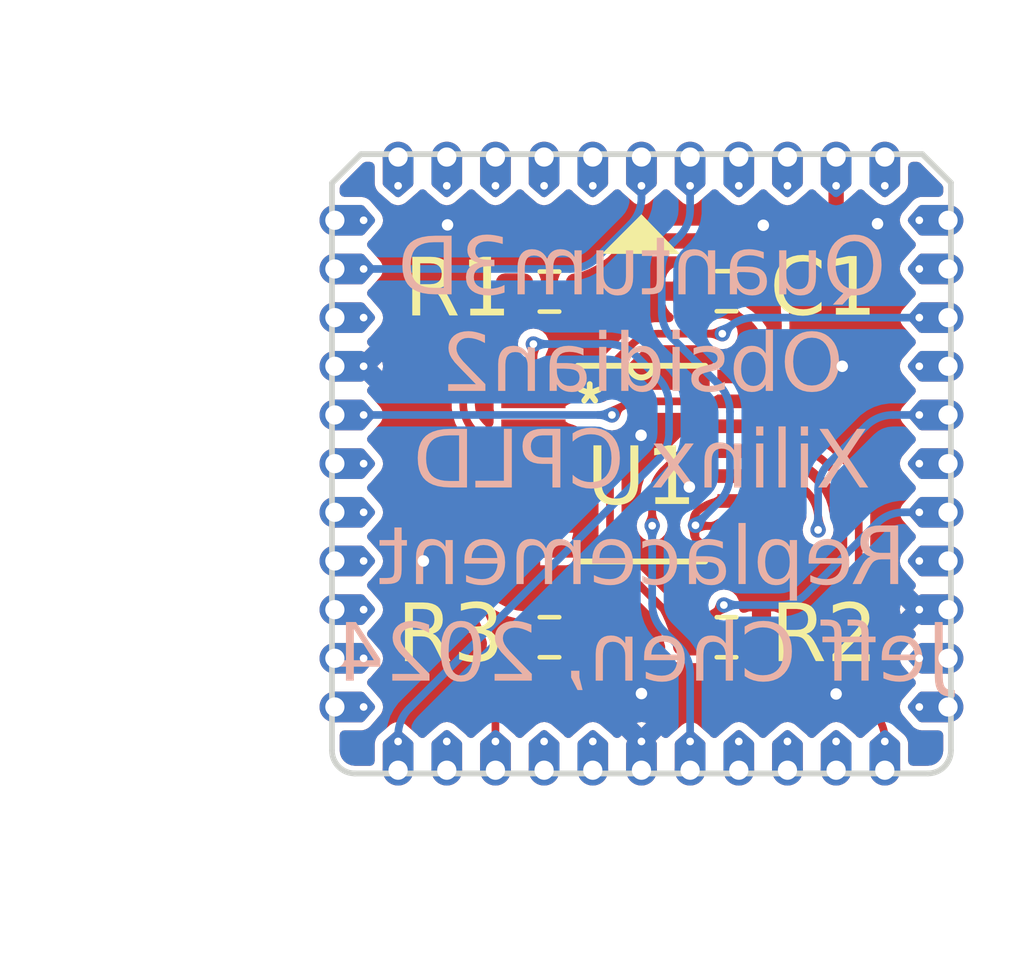
<source format=kicad_pcb>
(kicad_pcb (version 20240108) (generator "pcbnew") (generator_version "8.0")
  (layers (0 "F.Cu" signal) (31 "B.Cu" signal) (34 "B.Paste" user) (35 "F.Paste" user) (36 "B.SilkS" user "B.Silkscreen") (37 "F.SilkS" user "F.Silkscreen") (38 "B.Mask" user) (39 "F.Mask" user) (44 "Edge.Cuts" user))
  (net 0 "")
  (net 1 "+5V")
  (net 2 "GND")
  (net 32 "/VGA_IN_VSync")
  (net 33 "/Monitor_Detection")
  (net 34 "/VD_VSync")
  (net 35 "/VGA_PASS")
  (net 36 "/VGA_OUT_HSync")
  (net 37 "/VGA_IN_HSync")
  (net 38 "/VideoSW_Voodoo")
  (net 39 "/VideoSW_Passthru")
  (net 40 "/VD_HSync")
  (net 41 "/VGA_OUT_VSync")
  (net 42 "/Logic_High")
  (footprint "Resistor_SMD:R_0603_1608Metric_Pad0.98x0.95mm_HandSolder" (layer "F.Cu") (at 144.1 100.06)
    (property "Reference" "R3" (at -2.58 0 0) (layer "F.SilkS") (effects (font (size 1.5 1.5))))
    (property "Value" "6K8")
    (fp_line (start -0.254724 -0.5225) (end 0.254724 -0.5225) (stroke (width 0.12)) (layer "F.SilkS"))
    (fp_line (start -0.254724 0.5225) (end 0.254724 0.5225) (stroke (width 0.12)) (layer "F.SilkS"))
    (pad "1" smd roundrect (at -0.9125 0) (size 0.975 0.95) (layers "F.Cu" "F.Paste" "F.Mask") (net 38 "/VideoSW_Voodoo"))
    (pad "2" smd roundrect (at 0.9125 0) (size 0.975 0.95) (layers "F.Cu" "F.Paste" "F.Mask") (net 2 "GND"))
  )
  (footprint "Quantum3D Voodoo2:CPLD_Replacement_44" (layer "F.Cu") (at 138.5 87.53)
    (property "Reference" "E1" (hide yes))
    (property "Value" "PLCC Footprint")
    (fp_line (start -0.075456 15.48) (end -0.075456 0.68) (stroke (width 0.15)) (layer "Edge.Cuts"))
    (fp_line (start 0.679862 -0.075346) (end -0.075484 0.68) (stroke (width 0.15)) (layer "Edge.Cuts"))
    (fp_line (start 0.68 -0.075508) (end 15.33 -0.075508) (stroke (width 0.15)) (layer "Edge.Cuts"))
    (fp_line (start 15.330089 -0.075548) (end 16.075637 0.67) (stroke (width 0.15)) (layer "Edge.Cuts"))
    (fp_line (start 15.47 16.085423) (end 0.52 16.085423) (stroke (width 0.15)) (layer "Edge.Cuts"))
    (fp_line (start 16.075499 0.67) (end 16.075499 15.48) (stroke (width 0.15)) (layer "Edge.Cuts"))
    (fp_arc (start 0.524653 16.085238) (mid 0.10033 15.909479) (end -0.07543 15.485155) (stroke (width 0.15)) (layer "Edge.Cuts"))
    (fp_arc (start 16.075577 15.48435) (mid 15.899813 15.908668) (end 15.475494 16.084433) (stroke (width 0.15)) (layer "Edge.Cuts"))
    (pad "1" thru_hole circle (at 8 0 90) (size 0.8 0.8) (drill 0.5) (layers "*.Cu" "*.Mask") (net 33 "/Monitor_Detection"))
    (pad "1" thru_hole custom (at 8 0.75) (size 0.5 0.5) (drill 0.2) (layers "*.Cu" "*.Mask") (net 33 "/Monitor_Detection") (options (clearance outline) (anchor circle)) (primitives (gr_poly (pts (xy 0 0.2) (xy -0.3 -0.06) (xy -0.3 -0.75) (xy 0.3 -0.75) (xy 0.3 -0.06)) (width 0.2) (fill yes))))
    (pad "2" thru_hole circle (at 6.73 0 90) (size 0.8 0.8) (drill 0.5) (layers "*.Cu" "*.Mask"))
    (pad "2" thru_hole custom (at 6.73 0.75) (size 0.5 0.5) (drill 0.2) (layers "*.Cu" "*.Mask") (options (clearance outline) (anchor circle)) (primitives (gr_poly (pts (xy 0 0.2) (xy -0.3 -0.06) (xy -0.3 -0.75) (xy 0.3 -0.75) (xy 0.3 -0.06)) (width 0.2) (fill yes))))
    (pad "3" thru_hole circle (at 5.46 0 90) (size 0.8 0.8) (drill 0.5) (layers "*.Cu" "*.Mask"))
    (pad "3" thru_hole custom (at 5.46 0.75) (size 0.5 0.5) (drill 0.2) (layers "*.Cu" "*.Mask") (options (clearance outline) (anchor circle)) (primitives (gr_poly (pts (xy 0 0.2) (xy -0.3 -0.06) (xy -0.3 -0.75) (xy 0.3 -0.75) (xy 0.3 -0.06)) (width 0.2) (fill yes))))
    (pad "4" thru_hole circle (at 4.19 0 90) (size 0.8 0.8) (drill 0.5) (layers "*.Cu" "*.Mask"))
    (pad "4" thru_hole custom (at 4.19 0.75) (size 0.5 0.5) (drill 0.2) (layers "*.Cu" "*.Mask") (options (clearance outline) (anchor circle)) (primitives (gr_poly (pts (xy 0 0.2) (xy -0.3 -0.06) (xy -0.3 -0.75) (xy 0.3 -0.75) (xy 0.3 -0.06)) (width 0.2) (fill yes))))
    (pad "5" thru_hole circle (at 2.92 0 90) (size 0.8 0.8) (drill 0.5) (layers "*.Cu" "*.Mask"))
    (pad "5" thru_hole custom (at 2.92 0.75) (size 0.5 0.5) (drill 0.2) (layers "*.Cu" "*.Mask") (options (clearance outline) (anchor circle)) (primitives (gr_poly (pts (xy 0 0.2) (xy -0.3 -0.06) (xy -0.3 -0.75) (xy 0.3 -0.75) (xy 0.3 -0.06)) (width 0.2) (fill yes))))
    (pad "6" thru_hole circle (at 1.65 0 90) (size 0.8 0.8) (drill 0.5) (layers "*.Cu" "*.Mask"))
    (pad "6" thru_hole custom (at 1.65 0.75) (size 0.5 0.5) (drill 0.2) (layers "*.Cu" "*.Mask") (options (clearance outline) (anchor circle)) (primitives (gr_poly (pts (xy 0 0.2) (xy -0.3 -0.06) (xy -0.3 -0.75) (xy 0.3 -0.75) (xy 0.3 -0.06)) (width 0.2) (fill yes))))
    (pad "7" thru_hole circle (at 0 1.65 180) (size 0.8 0.8) (drill 0.5) (layers "*.Cu" "*.Mask"))
    (pad "7" thru_hole custom (at 0.75 1.65 90) (size 0.5 0.5) (drill 0.2) (layers "*.Cu" "*.Mask") (options (clearance outline) (anchor circle)) (primitives (gr_poly (pts (xy 0 0.2) (xy -0.3 -0.06) (xy -0.3 -0.75) (xy 0.3 -0.75) (xy 0.3 -0.06)) (width 0.2) (fill yes))))
    (pad "8" thru_hole circle (at 0 2.92 180) (size 0.8 0.8) (drill 0.5) (layers "*.Cu" "*.Mask") (net 33 "/Monitor_Detection"))
    (pad "8" thru_hole custom (at 0.75 2.92 90) (size 0.5 0.5) (drill 0.2) (layers "*.Cu" "*.Mask") (net 33 "/Monitor_Detection") (options (clearance outline) (anchor circle)) (primitives (gr_poly (pts (xy 0 0.2) (xy -0.3 -0.06) (xy -0.3 -0.75) (xy 0.3 -0.75) (xy 0.3 -0.06)) (width 0.2) (fill yes))))
    (pad "9" thru_hole circle (at 0 4.19 180) (size 0.8 0.8) (drill 0.5) (layers "*.Cu" "*.Mask"))
    (pad "9" thru_hole custom (at 0.75 4.19 90) (size 0.5 0.5) (drill 0.2) (layers "*.Cu" "*.Mask") (options (clearance outline) (anchor circle)) (primitives (gr_poly (pts (xy 0 0.2) (xy -0.3 -0.06) (xy -0.3 -0.75) (xy 0.3 -0.75) (xy 0.3 -0.06)) (width 0.2) (fill yes))))
    (pad "10" thru_hole circle (at 0 5.46 180) (size 0.8 0.8) (drill 0.5) (layers "*.Cu" "*.Mask") (net 2 "GND"))
    (pad "10" thru_hole custom (at 0.75 5.46 90) (size 0.5 0.5) (drill 0.2) (layers "*.Cu" "*.Mask") (net 2 "GND") (options (clearance outline) (anchor circle)) (primitives (gr_poly (pts (xy 0 0.2) (xy -0.3 -0.06) (xy -0.3 -0.75) (xy 0.3 -0.75) (xy 0.3 -0.06)) (width 0.2) (fill yes))))
    (pad "11" thru_hole circle (at 0 6.73 180) (size 0.8 0.8) (drill 0.5) (layers "*.Cu" "*.Mask") (net 41 "/VGA_OUT_VSync"))
    (pad "11" thru_hole custom (at 0.75 6.73 90) (size 0.5 0.5) (drill 0.2) (layers "*.Cu" "*.Mask") (net 41 "/VGA_OUT_VSync") (options (clearance outline) (anchor circle)) (primitives (gr_poly (pts (xy 0 0.2) (xy -0.3 -0.06) (xy -0.3 -0.75) (xy 0.3 -0.75) (xy 0.3 -0.06)) (width 0.2) (fill yes))))
    (pad "12" thru_hole circle (at 0 8 180) (size 0.8 0.8) (drill 0.5) (layers "*.Cu" "*.Mask"))
    (pad "12" thru_hole custom (at 0.75 8 90) (size 0.5 0.5) (drill 0.2) (layers "*.Cu" "*.Mask") (options (clearance outline) (anchor circle)) (primitives (gr_poly (pts (xy 0 0.2) (xy -0.3 -0.06) (xy -0.3 -0.75) (xy 0.3 -0.75) (xy 0.3 -0.06)) (width 0.2) (fill yes))))
    (pad "13" thru_hole circle (at 0 9.27 180) (size 0.8 0.8) (drill 0.5) (layers "*.Cu" "*.Mask"))
    (pad "13" thru_hole custom (at 0.75 9.27 90) (size 0.5 0.5) (drill 0.2) (layers "*.Cu" "*.Mask") (options (clearance outline) (anchor circle)) (primitives (gr_poly (pts (xy 0 0.2) (xy -0.3 -0.06) (xy -0.3 -0.75) (xy 0.3 -0.75) (xy 0.3 -0.06)) (width 0.2) (fill yes))))
    (pad "14" thru_hole circle (at 0 10.54 180) (size 0.8 0.8) (drill 0.5) (layers "*.Cu" "*.Mask"))
    (pad "14" thru_hole custom (at 0.75 10.54 90) (size 0.5 0.5) (drill 0.2) (layers "*.Cu" "*.Mask") (options (clearance outline) (anchor circle)) (primitives (gr_poly (pts (xy 0 0.2) (xy -0.3 -0.06) (xy -0.3 -0.75) (xy 0.3 -0.75) (xy 0.3 -0.06)) (width 0.2) (fill yes))))
    (pad "15" thru_hole circle (at 0 11.81 180) (size 0.8 0.8) (drill 0.5) (layers "*.Cu" "*.Mask"))
    (pad "15" thru_hole custom (at 0.75 11.81 90) (size 0.5 0.5) (drill 0.2) (layers "*.Cu" "*.Mask") (options (clearance outline) (anchor circle)) (primitives (gr_poly (pts (xy 0 0.2) (xy -0.3 -0.06) (xy -0.3 -0.75) (xy 0.3 -0.75) (xy 0.3 -0.06)) (width 0.2) (fill yes))))
    (pad "16" thru_hole circle (at 0 13.08 180) (size 0.8 0.8) (drill 0.5) (layers "*.Cu" "*.Mask"))
    (pad "16" thru_hole custom (at 0.75 13.08 90) (size 0.5 0.5) (drill 0.2) (layers "*.Cu" "*.Mask") (options (clearance outline) (anchor circle)) (primitives (gr_poly (pts (xy 0 0.2) (xy -0.3 -0.06) (xy -0.3 -0.75) (xy 0.3 -0.75) (xy 0.3 -0.06)) (width 0.2) (fill yes))))
    (pad "17" thru_hole circle (at 0 14.35 180) (size 0.8 0.8) (drill 0.5) (layers "*.Cu" "*.Mask"))
    (pad "17" thru_hole custom (at 0.75 14.35 90) (size 0.5 0.5) (drill 0.2) (layers "*.Cu" "*.Mask") (options (clearance outline) (anchor circle)) (primitives (gr_poly (pts (xy 0 0.2) (xy -0.3 -0.06) (xy -0.3 -0.75) (xy 0.3 -0.75) (xy 0.3 -0.06)) (width 0.2) (fill yes))))
    (pad "18" thru_hole custom (at 1.65 15.25 180) (size 0.5 0.5) (drill 0.2) (layers "*.Cu" "*.Mask") (net 34 "/VD_VSync") (options (clearance outline) (anchor circle)) (primitives (gr_poly (pts (xy 0 0.2) (xy -0.3 -0.06) (xy -0.3 -0.75) (xy 0.3 -0.75) (xy 0.3 -0.06)) (width 0.2) (fill yes))))
    (pad "18" thru_hole circle (at 1.65 16 270) (size 0.8 0.8) (drill 0.5) (layers "*.Cu" "*.Mask") (net 34 "/VD_VSync"))
    (pad "19" thru_hole custom (at 2.92 15.25 180) (size 0.5 0.5) (drill 0.2) (layers "*.Cu" "*.Mask") (options (clearance outline) (anchor circle)) (primitives (gr_poly (pts (xy 0 0.2) (xy -0.3 -0.06) (xy -0.3 -0.75) (xy 0.3 -0.75) (xy 0.3 -0.06)) (width 0.2) (fill yes))))
    (pad "19" thru_hole circle (at 2.92 16 270) (size 0.8 0.8) (drill 0.5) (layers "*.Cu" "*.Mask"))
    (pad "20" thru_hole custom (at 4.19 15.25 180) (size 0.5 0.5) (drill 0.2) (layers "*.Cu" "*.Mask") (net 38 "/VideoSW_Voodoo") (options (clearance outline) (anchor circle)) (primitives (gr_poly (pts (xy 0 0.2) (xy -0.3 -0.06) (xy -0.3 -0.75) (xy 0.3 -0.75) (xy 0.3 -0.06)) (width 0.2) (fill yes))))
    (pad "20" thru_hole circle (at 4.19 16 270) (size 0.8 0.8) (drill 0.5) (layers "*.Cu" "*.Mask") (net 38 "/VideoSW_Voodoo"))
    (pad "21" thru_hole custom (at 5.46 15.25 180) (size 0.5 0.5) (drill 0.2) (layers "*.Cu" "*.Mask") (options (clearance outline) (anchor circle)) (primitives (gr_poly (pts (xy 0 0.2) (xy -0.3 -0.06) (xy -0.3 -0.75) (xy 0.3 -0.75) (xy 0.3 -0.06)) (width 0.2) (fill yes))))
    (pad "21" thru_hole circle (at 5.46 16 270) (size 0.8 0.8) (drill 0.5) (layers "*.Cu" "*.Mask"))
    (pad "22" thru_hole custom (at 6.73 15.25 180) (size 0.5 0.5) (drill 0.2) (layers "*.Cu" "*.Mask") (options (clearance outline) (anchor circle)) (primitives (gr_poly (pts (xy 0 0.2) (xy -0.3 -0.06) (xy -0.3 -0.75) (xy 0.3 -0.75) (xy 0.3 -0.06)) (width 0.2) (fill yes))))
    (pad "22" thru_hole circle (at 6.73 16 270) (size 0.8 0.8) (drill 0.5) (layers "*.Cu" "*.Mask"))
    (pad "23" thru_hole custom (at 8 15.25 180) (size 0.5 0.5) (drill 0.2) (layers "*.Cu" "*.Mask") (net 2 "GND") (options (clearance outline) (anchor circle)) (primitives (gr_poly (pts (xy 0 0.2) (xy -0.3 -0.06) (xy -0.3 -0.75) (xy 0.3 -0.75) (xy 0.3 -0.06)) (width 0.2) (fill yes))))
    (pad "23" thru_hole circle (at 8 16 270) (size 0.8 0.8) (drill 0.5) (layers "*.Cu" "*.Mask") (net 2 "GND"))
    (pad "24" thru_hole custom (at 9.27 15.25 180) (size 0.5 0.5) (drill 0.2) (layers "*.Cu" "*.Mask") (net 36 "/VGA_OUT_HSync") (options (clearance outline) (anchor circle)) (primitives (gr_poly (pts (xy 0 0.2) (xy -0.3 -0.06) (xy -0.3 -0.75) (xy 0.3 -0.75) (xy 0.3 -0.06)) (width 0.2) (fill yes))))
    (pad "24" thru_hole circle (at 9.27 16 270) (size 0.8 0.8) (drill 0.5) (layers "*.Cu" "*.Mask") (net 36 "/VGA_OUT_HSync"))
    (pad "25" thru_hole custom (at 10.54 15.25 180) (size 0.5 0.5) (drill 0.2) (layers "*.Cu" "*.Mask") (options (clearance outline) (anchor circle)) (primitives (gr_poly (pts (xy 0 0.2) (xy -0.3 -0.06) (xy -0.3 -0.75) (xy 0.3 -0.75) (xy 0.3 -0.06)) (width 0.2) (fill yes))))
    (pad "25" thru_hole circle (at 10.54 16 270) (size 0.8 0.8) (drill 0.5) (layers "*.Cu" "*.Mask"))
    (pad "26" thru_hole custom (at 11.81 15.25 180) (size 0.5 0.5) (drill 0.2) (layers "*.Cu" "*.Mask") (options (clearance outline) (anchor circle)) (primitives (gr_poly (pts (xy 0 0.2) (xy -0.3 -0.06) (xy -0.3 -0.75) (xy 0.3 -0.75) (xy 0.3 -0.06)) (width 0.2) (fill yes))))
    (pad "26" thru_hole circle (at 11.81 16 270) (size 0.8 0.8) (drill 0.5) (layers "*.Cu" "*.Mask"))
    (pad "27" thru_hole custom (at 13.08 15.25 180) (size 0.5 0.5) (drill 0.2) (layers "*.Cu" "*.Mask") (options (clearance outline) (anchor circle)) (primitives (gr_poly (pts (xy 0 0.2) (xy -0.3 -0.06) (xy -0.3 -0.75) (xy 0.3 -0.75) (xy 0.3 -0.06)) (width 0.2) (fill yes))))
    (pad "27" thru_hole circle (at 13.08 16 270) (size 0.8 0.8) (drill 0.5) (layers "*.Cu" "*.Mask"))
    (pad "28" thru_hole custom (at 14.35 15.25 180) (size 0.5 0.5) (drill 0.2) (layers "*.Cu" "*.Mask") (net 40 "/VD_HSync") (options (clearance outline) (anchor circle)) (primitives (gr_poly (pts (xy 0 0.2) (xy -0.3 -0.06) (xy -0.3 -0.75) (xy 0.3 -0.75) (xy 0.3 -0.06)) (width 0.2) (fill yes))))
    (pad "28" thru_hole circle (at 14.35 16 270) (size 0.8 0.8) (drill 0.5) (layers "*.Cu" "*.Mask") (net 40 "/VD_HSync"))
    (pad "29" thru_hole custom (at 15.25 14.35 270) (size 0.5 0.5) (drill 0.2) (layers "*.Cu" "*.Mask") (options (clearance outline) (anchor circle)) (primitives (gr_poly (pts (xy 0 0.2) (xy -0.3 -0.06) (xy -0.3 -0.75) (xy 0.3 -0.75) (xy 0.3 -0.06)) (width 0.2) (fill yes))))
    (pad "29" thru_hole circle (at 16 14.35) (size 0.8 0.8) (drill 0.5) (layers "*.Cu" "*.Mask"))
    (pad "30" thru_hole custom (at 15.25 13.08 270) (size 0.5 0.5) (drill 0.2) (layers "*.Cu" "*.Mask") (options (clearance outline) (anchor circle)) (primitives (gr_poly (pts (xy 0 0.2) (xy -0.3 -0.06) (xy -0.3 -0.75) (xy 0.3 -0.75) (xy 0.3 -0.06)) (width 0.2) (fill yes))))
    (pad "30" thru_hole circle (at 16 13.08) (size 0.8 0.8) (drill 0.5) (layers "*.Cu" "*.Mask"))
    (pad "31" thru_hole custom (at 15.25 11.81 270) (size 0.5 0.5) (drill 0.2) (layers "*.Cu" "*.Mask") (net 2 "GND") (options (clearance outline) (anchor circle)) (primitives (gr_poly (pts (xy 0 0.2) (xy -0.3 -0.06) (xy -0.3 -0.75) (xy 0.3 -0.75) (xy 0.3 -0.06)) (width 0.2) (fill yes))))
    (pad "31" thru_hole circle (at 16 11.81) (size 0.8 0.8) (drill 0.5) (layers "*.Cu" "*.Mask") (net 2 "GND"))
    (pad "32" thru_hole custom (at 15.25 10.54 270) (size 0.5 0.5) (drill 0.2) (layers "*.Cu" "*.Mask") (options (clearance outline) (anchor circle)) (primitives (gr_poly (pts (xy 0 0.2) (xy -0.3 -0.06) (xy -0.3 -0.75) (xy 0.3 -0.75) (xy 0.3 -0.06)) (width 0.2) (fill yes))))
    (pad "32" thru_hole circle (at 16 10.54) (size 0.8 0.8) (drill 0.5) (layers "*.Cu" "*.Mask"))
    (pad "33" thru_hole custom (at 15.25 9.27 270) (size 0.5 0.5) (drill 0.2) (layers "*.Cu" "*.Mask") (net 39 "/VideoSW_Passthru") (options (clearance outline) (anchor circle)) (primitives (gr_poly (pts (xy 0 0.2) (xy -0.3 -0.06) (xy -0.3 -0.75) (xy 0.3 -0.75) (xy 0.3 -0.06)) (width 0.2) (fill yes))))
    (pad "33" thru_hole circle (at 16 9.27) (size 0.8 0.8) (drill 0.5) (layers "*.Cu" "*.Mask") (net 39 "/VideoSW_Passthru"))
    (pad "34" thru_hole custom (at 15.25 8 270) (size 0.5 0.5) (drill 0.2) (layers "*.Cu" "*.Mask") (options (clearance outline) (anchor circle)) (primitives (gr_poly (pts (xy 0 0.2) (xy -0.3 -0.06) (xy -0.3 -0.75) (xy 0.3 -0.75) (xy 0.3 -0.06)) (width 0.2) (fill yes))))
    (pad "34" thru_hole circle (at 16 8) (size 0.8 0.8) (drill 0.5) (layers "*.Cu" "*.Mask"))
    (pad "35" thru_hole custom (at 15.25 6.73 270) (size 0.5 0.5) (drill 0.2) (layers "*.Cu" "*.Mask") (net 37 "/VGA_IN_HSync") (options (clearance outline) (anchor circle)) (primitives (gr_poly (pts (xy 0 0.2) (xy -0.3 -0.06) (xy -0.3 -0.75) (xy 0.3 -0.75) (xy 0.3 -0.06)) (width 0.2) (fill yes))))
    (pad "35" thru_hole circle (at 16 6.73) (size 0.8 0.8) (drill 0.5) (layers "*.Cu" "*.Mask") (net 37 "/VGA_IN_HSync"))
    (pad "36" thru_hole custom (at 15.25 5.46 270) (size 0.5 0.5) (drill 0.2) (layers "*.Cu" "*.Mask") (options (clearance outline) (anchor circle)) (primitives (gr_poly (pts (xy 0 0.2) (xy -0.3 -0.06) (xy -0.3 -0.75) (xy 0.3 -0.75) (xy 0.3 -0.06)) (width 0.2) (fill yes))))
    (pad "36" thru_hole circle (at 16 5.46) (size 0.8 0.8) (drill 0.5) (layers "*.Cu" "*.Mask"))
    (pad "37" thru_hole custom (at 15.25 4.19 270) (size 0.5 0.5) (drill 0.2) (layers "*.Cu" "*.Mask") (net 32 "/VGA_IN_VSync") (options (clearance outline) (anchor circle)) (primitives (gr_poly (pts (xy 0 0.2) (xy -0.3 -0.06) (xy -0.3 -0.75) (xy 0.3 -0.75) (xy 0.3 -0.06)) (width 0.2) (fill yes))))
    (pad "37" thru_hole circle (at 16 4.19) (size 0.8 0.8) (drill 0.5) (layers "*.Cu" "*.Mask") (net 32 "/VGA_IN_VSync"))
    (pad "38" thru_hole custom (at 15.25 2.92 270) (size 0.5 0.5) (drill 0.2) (layers "*.Cu" "*.Mask") (options (clearance outline) (anchor circle)) (primitives (gr_poly (pts (xy 0 0.2) (xy -0.3 -0.06) (xy -0.3 -0.75) (xy 0.3 -0.75) (xy 0.3 -0.06)) (width 0.2) (fill yes))))
    (pad "38" thru_hole circle (at 16 2.92) (size 0.8 0.8) (drill 0.5) (layers "*.Cu" "*.Mask"))
    (pad "39" thru_hole custom (at 15.25 1.65 270) (size 0.5 0.5) (drill 0.2) (layers "*.Cu" "*.Mask") (options (clearance outline) (anchor circle)) (primitives (gr_poly (pts (xy 0 0.2) (xy -0.3 -0.06) (xy -0.3 -0.75) (xy 0.3 -0.75) (xy 0.3 -0.06)) (width 0.2) (fill yes))))
    (pad "39" thru_hole circle (at 16 1.65) (size 0.8 0.8) (drill 0.5) (layers "*.Cu" "*.Mask"))
    (pad "40" thru_hole circle (at 14.35 0 90) (size 0.8 0.8) (drill 0.5) (layers "*.Cu" "*.Mask"))
    (pad "40" thru_hole custom (at 14.35 0.75) (size 0.5 0.5) (drill 0.2) (layers "*.Cu" "*.Mask") (options (clearance outline) (anchor circle)) (primitives (gr_poly (pts (xy 0 0.2) (xy -0.3 -0.06) (xy -0.3 -0.75) (xy 0.3 -0.75) (xy 0.3 -0.06)) (width 0.2) (fill yes))))
    (pad "41" thru_hole circle (at 13.08 0 90) (size 0.8 0.8) (drill 0.5) (layers "*.Cu" "*.Mask") (net 1 "+5V"))
    (pad "41" thru_hole custom (at 13.08 0.75) (size 0.5 0.5) (drill 0.2) (layers "*.Cu" "*.Mask") (net 1 "+5V") (options (clearance outline) (anchor circle)) (primitives (gr_poly (pts (xy 0 0.2) (xy -0.3 -0.06) (xy -0.3 -0.75) (xy 0.3 -0.75) (xy 0.3 -0.06)) (width 0.2) (fill yes))))
    (pad "42" thru_hole circle (at 11.81 0 90) (size 0.8 0.8) (drill 0.5) (layers "*.Cu" "*.Mask"))
    (pad "42" thru_hole custom (at 11.81 0.75) (size 0.5 0.5) (drill 0.2) (layers "*.Cu" "*.Mask") (options (clearance outline) (anchor circle)) (primitives (gr_poly (pts (xy 0 0.2) (xy -0.3 -0.06) (xy -0.3 -0.75) (xy 0.3 -0.75) (xy 0.3 -0.06)) (width 0.2) (fill yes))))
    (pad "43" thru_hole circle (at 10.54 0 90) (size 0.8 0.8) (drill 0.5) (layers "*.Cu" "*.Mask"))
    (pad "43" thru_hole custom (at 10.54 0.75) (size 0.5 0.5) (drill 0.2) (layers "*.Cu" "*.Mask") (options (clearance outline) (anchor circle)) (primitives (gr_poly (pts (xy 0 0.2) (xy -0.3 -0.06) (xy -0.3 -0.75) (xy 0.3 -0.75) (xy 0.3 -0.06)) (width 0.2) (fill yes))))
    (pad "44" thru_hole circle (at 9.27 0 90) (size 0.8 0.8) (drill 0.5) (layers "*.Cu" "*.Mask") (net 35 "/VGA_PASS"))
    (pad "44" thru_hole custom (at 9.27 0.75) (size 0.5 0.5) (drill 0.2) (layers "*.Cu" "*.Mask") (net 35 "/VGA_PASS") (options (clearance outline) (anchor circle)) (primitives (gr_poly (pts (xy 0 0.2) (xy -0.3 -0.06) (xy -0.3 -0.75) (xy 0.3 -0.75) (xy 0.3 -0.06)) (width 0.2) (fill yes))))
  )
  (footprint "Quantum3D Voodoo2:CD74HC4053PWR" (layer "F.Cu") (at 146.5 95.53)
    (property "Reference" "U1" (at 0 0.43 0) (layer "F.SilkS") (effects (font (size 1.5 1.5))))
    (property "Value" "CD74HC4053PWR")
    (fp_line (start -1.663811 2.5527) (end 1.663811 2.5527) (stroke (width 0.1524)) (layer "F.SilkS"))
    (fp_line (start 1.663811 -2.5527) (end -1.663811 -2.5527) (stroke (width 0.1524)) (layer "F.SilkS"))
    (fp_arc (start 0.3048 -2.5527) (mid 0 -2.2479) (end -0.3048 -2.5527) (stroke (width 0.1524)) (layer "F.SilkS"))
    (fp_text user "*" (at -1.35 -1.53 0) (layer "F.SilkS"))
    (pad "1" smd rect (at -2.8194 -2.274999) (size 1.6764 0.3556) (layers "F.Cu" "F.Paste" "F.Mask") (net 34 "/VD_VSync"))
    (pad "2" smd rect (at -2.8194 -1.625001) (size 1.6764 0.3556) (layers "F.Cu" "F.Paste" "F.Mask") (net 32 "/VGA_IN_VSync"))
    (pad "3" smd rect (at -2.8194 -0.974999) (size 1.6764 0.3556) (layers "F.Cu" "F.Paste" "F.Mask") (net 39 "/VideoSW_Passthru"))
    (pad "4" smd rect (at -2.8194 -0.325001) (size 1.6764 0.3556) (layers "F.Cu" "F.Paste" "F.Mask") (net 42 "/Logic_High"))
    (pad "5" smd rect (at -2.8194 0.324998) (size 1.6764 0.3556) (layers "F.Cu" "F.Paste" "F.Mask") (net 38 "/VideoSW_Voodoo"))
    (pad "6" smd rect (at -2.8194 0.974999) (size 1.6764 0.3556) (layers "F.Cu" "F.Paste" "F.Mask") (net 2 "GND"))
    (pad "7" smd rect (at -2.8194 1.624998) (size 1.6764 0.3556) (layers "F.Cu" "F.Paste" "F.Mask") (net 2 "GND"))
    (pad "8" smd rect (at -2.8194 2.274999) (size 1.6764 0.3556) (layers "F.Cu" "F.Paste" "F.Mask") (net 2 "GND"))
    (pad "9" smd rect (at 2.8194 2.274999) (size 1.6764 0.3556) (layers "F.Cu" "F.Paste" "F.Mask") (net 35 "/VGA_PASS"))
    (pad "10" smd rect (at 2.8194 1.625001) (size 1.6764 0.3556) (layers "F.Cu" "F.Paste" "F.Mask") (net 35 "/VGA_PASS"))
    (pad "11" smd rect (at 2.8194 0.974999) (size 1.6764 0.3556) (layers "F.Cu" "F.Paste" "F.Mask") (net 35 "/VGA_PASS"))
    (pad "12" smd rect (at 2.8194 0.325001) (size 1.6764 0.3556) (layers "F.Cu" "F.Paste" "F.Mask") (net 37 "/VGA_IN_HSync"))
    (pad "13" smd rect (at 2.8194 -0.324998) (size 1.6764 0.3556) (layers "F.Cu" "F.Paste" "F.Mask") (net 40 "/VD_HSync"))
    (pad "14" smd rect (at 2.8194 -0.974999) (size 1.6764 0.3556) (layers "F.Cu" "F.Paste" "F.Mask") (net 36 "/VGA_OUT_HSync"))
    (pad "15" smd rect (at 2.8194 -1.624998) (size 1.6764 0.3556) (layers "F.Cu" "F.Paste" "F.Mask") (net 41 "/VGA_OUT_VSync"))
    (pad "16" smd rect (at 2.8194 -2.274999) (size 1.6764 0.3556) (layers "F.Cu" "F.Paste" "F.Mask") (net 1 "+5V"))
  )
  (footprint "Resistor_SMD:R_0603_1608Metric_Pad0.98x0.95mm_HandSolder" (layer "F.Cu") (at 144.1 91.04)
    (property "Reference" "R1" (at -2.39 0 0) (layer "F.SilkS") (effects (font (size 1.5 1.5))))
    (property "Value" "2K2")
    (fp_line (start -0.254724 -0.5225) (end 0.254724 -0.5225) (stroke (width 0.12)) (layer "F.SilkS"))
    (fp_line (start -0.254724 0.5225) (end 0.254724 0.5225) (stroke (width 0.12)) (layer "F.SilkS"))
    (pad "1" smd roundrect (at -0.9125 0) (size 0.975 0.95) (layers "F.Cu" "F.Paste" "F.Mask") (net 42 "/Logic_High"))
    (pad "2" smd roundrect (at 0.9125 0) (size 0.975 0.95) (layers "F.Cu" "F.Paste" "F.Mask") (net 1 "+5V"))
  )
  (footprint "Resistor_SMD:R_0603_1608Metric_Pad0.98x0.95mm_HandSolder" (layer "F.Cu") (at 148.72 91.03 180)
    (property "Reference" "C1" (at -2.5275 0.01 0) (layer "F.SilkS") (effects (font (size 1.5 1.5))))
    (property "Value" "0.1uF 16V")
    (fp_line (start -0.254724 0.5225) (end 0.254724 0.5225) (stroke (width 0.12)) (layer "F.SilkS"))
    (fp_line (start -0.254724 -0.5225) (end 0.254724 -0.5225) (stroke (width 0.12)) (layer "F.SilkS"))
    (pad "1" smd roundrect (at -0.9125 0 180) (size 0.975 0.95) (layers "F.Cu" "F.Paste" "F.Mask") (net 1 "+5V"))
    (pad "2" smd roundrect (at 0.9125 0 180) (size 0.975 0.95) (layers "F.Cu" "F.Paste" "F.Mask") (net 2 "GND"))
  )
  (footprint "Resistor_SMD:R_0603_1608Metric_Pad0.98x0.95mm_HandSolder" (layer "F.Cu") (at 148.72 100.06)
    (property "Reference" "R2" (at 2.55 0 0) (layer "F.SilkS") (effects (font (size 1.5 1.5))))
    (property "Value" "6K8")
    (fp_line (start -0.254724 -0.5225) (end 0.254724 -0.5225) (stroke (width 0.12)) (layer "F.SilkS"))
    (fp_line (start -0.254724 0.5225) (end 0.254724 0.5225) (stroke (width 0.12)) (layer "F.SilkS"))
    (pad "1" smd roundrect (at -0.9125 0) (size 0.975 0.95) (layers "F.Cu" "F.Paste" "F.Mask") (net 39 "/VideoSW_Passthru"))
    (pad "2" smd roundrect (at 0.9125 0) (size 0.975 0.95) (layers "F.Cu" "F.Paste" "F.Mask") (net 2 "GND"))
  )
  (gr_poly (pts (xy 146.5 89.03) (xy 145.48 90.05) (xy 147.489047 90.051019)) (stroke (width 0.01)) (fill solid) (layer "F.SilkS"))
  (gr_text "Quantum3D\nObsidian2\nXilinx CPLD\nReplacement\nJeff Chen, 2024" (at 146.51 95.53 0) (layer "B.SilkS") (effects (font (size 1.5 1.5) (thickness 0.152)) (justify mirror)))
  (segment (start 151.58 89.355786) (end 151.58 88.28) (width 0.4) (layer "F.Cu") (net 1))
  (segment (start 150.612893 90.737107) (end 151.287107 90.062893) (width 0.4) (layer "F.Cu") (net 1))
  (segment (start 147.890786 89.72) (end 146.746714 89.72) (width 0.4) (layer "F.Cu") (net 1))
  (segment (start 149.804999 93.255001) (end 149.3194 93.255001) (width 0.4) (layer "F.Cu") (net 1))
  (segment (start 149.96 93.1) (end 149.804999 93.255001) (width 0.4) (layer "F.Cu") (net 1))
  (segment (start 146.039607 90.012893) (end 145.0125 91.04) (width 0.4) (layer "F.Cu") (net 1))
  (segment (start 149.615 91.03) (end 149.667107 91.082107) (width 0.4) (layer "F.Cu") (net 1))
  (segment (start 149.615 91.03) (end 149.905786 91.03) (width 0.4) (layer "F.Cu") (net 1))
  (segment (start 149.615 91.03) (end 148.597893 90.012893) (width 0.4) (layer "F.Cu") (net 1))
  (segment (start 149.96 91.789214) (end 149.96 93.1) (width 0.4) (layer "F.Cu") (net 1))
  (arc (start 149.667107 91.082107) (mid 149.88388 91.40653) (end 149.96 91.789214) (width 0.4) (layer "F.Cu") (net 1))
  (arc (start 149.905786 91.03) (mid 150.288469 90.95388) (end 150.612893 90.737107) (width 0.4) (layer "F.Cu") (net 1))
  (arc (start 151.58 89.355786) (mid 151.50388 89.738469) (end 151.287107 90.062893) (width 0.4) (layer "F.Cu") (net 1))
  (arc (start 148.597893 90.012893) (mid 148.273469 89.79612) (end 147.890786 89.72) (width 0.4) (layer "F.Cu") (net 1))
  (arc (start 146.039607 90.012893) (mid 146.36403 89.79612) (end 146.746714 89.72) (width 0.4) (layer "F.Cu") (net 1))
  (via (at 151.58 101.54) (size 0.6) (drill 0.3) (layers "F.Cu" "B.Cu") (net 2))
  (via (at 147.75 96.14) (size 0.6) (drill 0.3) (layers "F.Cu" "B.Cu") (net 2))
  (via (at 149.68 89.31) (size 0.6) (drill 0.3) (layers "F.Cu" "B.Cu") (net 2))
  (via (at 146.49 94.79) (size 0.6) (drill 0.3) (layers "F.Cu" "B.Cu") (net 2))
  (via (at 140.81 98.07) (size 0.6) (drill 0.3) (layers "F.Cu" "B.Cu") (net 2))
  (via (at 141.44 89.3) (size 0.6) (drill 0.3) (layers "F.Cu" "B.Cu") (net 2))
  (via (at 152.66 89.27) (size 0.6) (drill 0.3) (layers "F.Cu" "B.Cu") (net 2))
  (via (at 146.5 101.53) (size 0.6) (drill 0.3) (layers "F.Cu" "B.Cu") (net 2))
  (via (at 151.74 92.99) (size 0.6) (drill 0.3) (layers "F.Cu" "B.Cu") (net 2))
  (segment (start 146.237107 92.432893) (end 145.057894 93.612106) (width 0.2) (layer "F.Cu") (net 32))
  (segment (start 148.61 92.14) (end 146.944214 92.14) (width 0.2) (layer "F.Cu") (net 32))
  (segment (start 144.350787 93.904999) (end 143.5917 93.904999) (width 0.2) (layer "F.Cu") (net 32))
  (via (at 148.61 92.14) (size 0.4) (drill 0.2) (layers "F.Cu" "B.Cu") (net 32))
  (arc (start 145.057894 93.612106) (mid 144.733471 93.828879) (end 144.350787 93.904999) (width 0.2) (layer "F.Cu") (net 32))
  (arc (start 146.237107 92.432893) (mid 146.56153 92.21612) (end 146.944214 92.14) (width 0.2) (layer "F.Cu") (net 32))
  (segment (start 148.61 92.14) (end 148.737107 92.012893) (width 0.2) (layer "B.Cu") (net 32))
  (segment (start 149.444214 91.72) (end 153.75 91.72) (width 0.2) (layer "B.Cu") (net 32))
  (arc (start 149.444214 91.72) (mid 149.061531 91.79612) (end 148.737107 92.012893) (width 0.2) (layer "B.Cu") (net 32))
  (segment (start 146.5 88.585786) (end 146.5 88.28) (width 0.2) (layer "B.Cu") (net 33))
  (segment (start 145.342893 90.157107) (end 146.207107 89.292893) (width 0.2) (layer "B.Cu") (net 33))
  (segment (start 139.25 90.45) (end 144.635786 90.45) (width 0.2) (layer "B.Cu") (net 33))
  (arc (start 145.342893 90.157107) (mid 145.01847 90.37388) (end 144.635786 90.45) (width 0.2) (layer "B.Cu") (net 33))
  (arc (start 146.207107 89.292893) (mid 146.42388 88.96847) (end 146.5 88.585786) (width 0.2) (layer "B.Cu") (net 33))
  (segment (start 143.68 93.254401) (end 143.6806 93.255001) (width 0.2) (layer "F.Cu") (net 34))
  (segment (start 143.68 92.41) (end 143.68 93.254401) (width 0.2) (layer "F.Cu") (net 34))
  (via (at 143.68 92.41) (size 0.4) (drill 0.2) (layers "F.Cu" "B.Cu") (net 34))
  (segment (start 146.342893 92.702893) (end 146.927107 93.287107) (width 0.2) (layer "B.Cu") (net 34))
  (segment (start 147.22 93.994214) (end 147.22 94.725786) (width 0.2) (layer "B.Cu") (net 34))
  (segment (start 146.927107 95.432893) (end 140.442893 101.917107) (width 0.2) (layer "B.Cu") (net 34))
  (segment (start 143.68 92.41) (end 145.635786 92.41) (width 0.2) (layer "B.Cu") (net 34))
  (segment (start 140.15 102.624214) (end 140.15 102.78) (width 0.2) (layer "B.Cu") (net 34))
  (arc (start 145.635786 92.41) (mid 146.018469 92.48612) (end 146.342893 92.702893) (width 0.2) (layer "B.Cu") (net 34))
  (arc (start 140.15 102.624214) (mid 140.22612 102.241531) (end 140.442893 101.917107) (width 0.2) (layer "B.Cu") (net 34))
  (arc (start 146.927107 93.287107) (mid 147.14388 93.61153) (end 147.22 93.994214) (width 0.2) (layer "B.Cu") (net 34))
  (arc (start 147.22 94.725786) (mid 147.14388 95.108469) (end 146.927107 95.432893) (width 0.2) (layer "B.Cu") (net 34))
  (segment (start 147.925001 97.155001) (end 147.91 97.14) (width 0.2) (layer "F.Cu") (net 35))
  (segment (start 147.91 97.14) (end 147.91 97.48) (width 0.2) (layer "F.Cu") (net 35))
  (segment (start 147.91 96.83) (end 147.942108 96.797892) (width 0.2) (layer "F.Cu") (net 35))
  (segment (start 148.649213 97.804999) (end 149.3194 97.804999) (width 0.2) (layer "F.Cu") (net 35))
  (segment (start 149.3194 97.155001) (end 147.925001 97.155001) (width 0.2) (layer "F.Cu") (net 35))
  (segment (start 148.649215 96.504999) (end 149.3194 96.504999) (width 0.2) (layer "F.Cu") (net 35))
  (segment (start 147.91 97.48) (end 147.942106 97.512106) (width 0.2) (layer "F.Cu") (net 35))
  (segment (start 147.91 97.14) (end 147.91 96.83) (width 0.2) (layer "F.Cu") (net 35))
  (via (at 147.91 97.14) (size 0.4) (drill 0.2) (layers "F.Cu" "B.Cu") (net 35))
  (arc (start 148.649215 96.504999) (mid 148.266532 96.581119) (end 147.942108 96.797892) (width 0.2) (layer "F.Cu") (net 35))
  (arc (start 148.649213 97.804999) (mid 148.26653 97.728879) (end 147.942106 97.512106) (width 0.2) (layer "F.Cu") (net 35))
  (segment (start 147.91 97.14) (end 148.517107 96.532893) (width 0.2) (layer "B.Cu") (net 35))
  (segment (start 147.77 88.905786) (end 147.77 88.28) (width 0.2) (layer "B.Cu") (net 35))
  (segment (start 148.517107 93.467107) (end 147.322893 92.272893) (width 0.2) (layer "B.Cu") (net 35))
  (segment (start 147.322893 89.767107) (end 147.477107 89.612893) (width 0.2) (layer "B.Cu") (net 35))
  (segment (start 148.81 95.825786) (end 148.81 94.174214) (width 0.2) (layer "B.Cu") (net 35))
  (segment (start 147.03 91.565786) (end 147.03 90.474214) (width 0.2) (layer "B.Cu") (net 35))
  (arc (start 147.322893 92.272893) (mid 147.10612 91.94847) (end 147.03 91.565786) (width 0.2) (layer "B.Cu") (net 35))
  (arc (start 148.517107 93.467107) (mid 148.73388 93.79153) (end 148.81 94.174214) (width 0.2) (layer "B.Cu") (net 35))
  (arc (start 148.517107 96.532893) (mid 148.73388 96.20847) (end 148.81 95.825786) (width 0.2) (layer "B.Cu") (net 35))
  (arc (start 147.477107 89.612893) (mid 147.69388 89.28847) (end 147.77 88.905786) (width 0.2) (layer "B.Cu") (net 35))
  (arc (start 147.322893 89.767107) (mid 147.10612 90.09153) (end 147.03 90.474214) (width 0.2) (layer "B.Cu") (net 35))
  (segment (start 146.78 97.15) (end 146.78 96.414214) (width 0.2) (layer "F.Cu") (net 36))
  (segment (start 148.639213 94.555001) (end 149.3194 94.555001) (width 0.2) (layer "F.Cu") (net 36))
  (segment (start 147.072893 95.707107) (end 147.932106 94.847894) (width 0.2) (layer "F.Cu") (net 36))
  (via (at 146.78 97.15) (size 0.4) (drill 0.2) (layers "F.Cu" "B.Cu") (net 36))
  (arc (start 147.932106 94.847894) (mid 148.256529 94.631121) (end 148.639213 94.555001) (width 0.2) (layer "F.Cu") (net 36))
  (arc (start 147.072893 95.707107) (mid 146.85612 96.03153) (end 146.78 96.414214) (width 0.2) (layer "F.Cu") (net 36))
  (segment (start 147.77 101.004214) (end 147.77 102.78) (width 0.2) (layer "B.Cu") (net 36))
  (segment (start 147.072893 99.892893) (end 147.477107 100.297107) (width 0.2) (layer "B.Cu") (net 36))
  (segment (start 146.78 97.15) (end 146.78 99.185786) (width 0.2) (layer "B.Cu") (net 36))
  (arc (start 147.77 101.004214) (mid 147.69388 100.621531) (end 147.477107 100.297107) (width 0.2) (layer "B.Cu") (net 36))
  (arc (start 146.78 99.185786) (mid 146.85612 99.568469) (end 147.072893 99.892893) (width 0.2) (layer "B.Cu") (net 36))
  (segment (start 149.3194 95.855001) (end 149.990787 95.855001) (width 0.2) (layer "F.Cu") (net 37))
  (segment (start 150.697894 96.147894) (end 150.817107 96.267107) (width 0.2) (layer "F.Cu") (net 37))
  (segment (start 151.11 96.974214) (end 151.11 97.26) (width 0.2) (layer "F.Cu") (net 37))
  (via (at 151.11 97.26) (size 0.4) (drill 0.2) (layers "F.Cu" "B.Cu") (net 37))
  (arc (start 149.990787 95.855001) (mid 150.37347 95.931121) (end 150.697894 96.147894) (width 0.2) (layer "F.Cu") (net 37))
  (arc (start 151.11 96.974214) (mid 151.03388 96.591531) (end 150.817107 96.267107) (width 0.2) (layer "F.Cu") (net 37))
  (segment (start 151.11 97.26) (end 151.11 96.214214) (width 0.2) (layer "B.Cu") (net 37))
  (segment (start 151.402893 95.507107) (end 152.357107 94.552893) (width 0.2) (layer "B.Cu") (net 37))
  (segment (start 153.064214 94.26) (end 153.75 94.26) (width 0.2) (layer "B.Cu") (net 37))
  (arc (start 151.402893 95.507107) (mid 151.18612 95.83153) (end 151.11 96.214214) (width 0.2) (layer "B.Cu") (net 37))
  (arc (start 153.064214 94.26) (mid 152.681531 94.33612) (end 152.357107 94.552893) (width 0.2) (layer "B.Cu") (net 37))
  (segment (start 142.69 100.971714) (end 142.69 102.78) (width 0.2) (layer "F.Cu") (net 38))
  (segment (start 143.079216 95.854998) (end 143.5917 95.854998) (width 0.2) (layer "F.Cu") (net 38))
  (segment (start 143.1875 100.06) (end 142.982893 100.264607) (width 0.2) (layer "F.Cu") (net 38))
  (segment (start 142.162893 96.357107) (end 142.372109 96.147891) (width 0.2) (layer "F.Cu") (net 38))
  (segment (start 143.1875 100.06) (end 142.162893 99.035393) (width 0.2) (layer "F.Cu") (net 38))
  (segment (start 141.87 98.328286) (end 141.87 97.064214) (width 0.2) (layer "F.Cu") (net 38))
  (arc (start 141.87 98.328286) (mid 141.94612 98.710969) (end 142.162893 99.035393) (width 0.2) (layer "F.Cu") (net 38))
  (arc (start 142.69 100.971714) (mid 142.76612 100.589031) (end 142.982893 100.264607) (width 0.2) (layer "F.Cu") (net 38))
  (arc (start 142.372109 96.147891) (mid 142.696532 95.931118) (end 143.079216 95.854998) (width 0.2) (layer "F.Cu") (net 38))
  (arc (start 142.162893 96.357107) (mid 141.94612 96.68153) (end 141.87 97.064214) (width 0.2) (layer "F.Cu") (net 38))
  (segment (start 148.6475 99.22) (end 148.65 99.22) (width 0.2) (layer "F.Cu") (net 39))
  (segment (start 146.88375 99.13625) (end 145.972893 98.225393) (width 0.2) (layer "F.Cu") (net 39))
  (segment (start 145.387107 95.177107) (end 145.057894 94.847894) (width 0.2) (layer "F.Cu") (net 39))
  (segment (start 147.8075 100.06) (end 148.6475 99.22) (width 0.2) (layer "F.Cu") (net 39))
  (segment (start 147.8075 100.06) (end 146.88375 99.13625) (width 0.2) (layer "F.Cu") (net 39))
  (segment (start 145.68 97.518286) (end 145.68 95.884214) (width 0.2) (layer "F.Cu") (net 39))
  (segment (start 144.350787 94.555001) (end 143.6806 94.555001) (width 0.2) (layer "F.Cu") (net 39))
  (via (at 148.65 99.22) (size 0.4) (drill 0.2) (layers "F.Cu" "B.Cu") (net 39))
  (arc (start 145.387107 95.177107) (mid 145.60388 95.50153) (end 145.68 95.884214) (width 0.2) (layer "F.Cu") (net 39))
  (arc (start 145.057894 94.847894) (mid 144.733471 94.631121) (end 144.350787 94.555001) (width 0.2) (layer "F.Cu") (net 39))
  (arc (start 145.972893 98.225393) (mid 145.75612 97.90097) (end 145.68 97.518286) (width 0.2) (layer "F.Cu") (net 39))
  (segment (start 150.802893 98.927107) (end 152.637107 97.092893) (width 0.2) (layer "B.Cu") (net 39))
  (segment (start 148.65 99.22) (end 150.095786 99.22) (width 0.2) (layer "B.Cu") (net 39))
  (segment (start 153.344214 96.8) (end 153.75 96.8) (width 0.2) (layer "B.Cu") (net 39))
  (arc (start 150.802893 98.927107) (mid 150.47847 99.14388) (end 150.095786 99.22) (width 0.2) (layer "B.Cu") (net 39))
  (arc (start 152.637107 97.092893) (mid 152.96153 96.87612) (end 153.344214 96.8) (width 0.2) (layer "B.Cu") (net 39))
  (segment (start 151.877107 96.077107) (end 151.297895 95.497895) (width 0.2) (layer "F.Cu") (net 40))
  (segment (start 152.557107 102.017107) (end 152.462893 101.922893) (width 0.2) (layer "F.Cu") (net 40))
  (segment (start 152.85 102.78) (end 152.85 102.724214) (width 0.2) (layer "F.Cu") (net 40))
  (segment (start 150.590788 95.205002) (end 149.3194 95.205002) (width 0.2) (layer "F.Cu") (net 40))
  (segment (start 152.17 101.215786) (end 152.17 96.784214) (width 0.2) (layer "F.Cu") (net 40))
  (arc (start 152.462893 101.922893) (mid 152.24612 101.59847) (end 152.17 101.215786) (width 0.2) (layer "F.Cu") (net 40))
  (arc (start 151.877107 96.077107) (mid 152.09388 96.40153) (end 152.17 96.784214) (width 0.2) (layer "F.Cu") (net 40))
  (arc (start 151.297895 95.497895) (mid 150.973472 95.281122) (end 150.590788 95.205002) (width 0.2) (layer "F.Cu") (net 40))
  (arc (start 152.557107 102.017107) (mid 152.77388 102.34153) (end 152.85 102.724214) (width 0.2) (layer "F.Cu") (net 40))
  (segment (start 145.73 94.26) (end 145.792105 94.197895) (width 0.2) (layer "F.Cu") (net 41))
  (segment (start 146.499212 93.905002) (end 149.2305 93.905002) (width 0.2) (layer "F.Cu") (net 41))
  (via (at 145.73 94.26) (size 0.4) (drill 0.2) (layers "F.Cu" "B.Cu") (net 41))
  (arc (start 146.499212 93.905002) (mid 146.116529 93.981122) (end 145.792105 94.197895) (width 0.2) (layer "F.Cu") (net 41))
  (segment (start 145.73 94.26) (end 139.25 94.26) (width 0.2) (layer "B.Cu") (net 41))
  (segment (start 141.85 93.980786) (end 141.85 92.791714) (width 0.2) (layer "F.Cu") (net 42))
  (segment (start 142.142893 92.084607) (end 143.1875 91.04) (width 0.2) (layer "F.Cu") (net 42))
  (segment (start 143.5917 95.204999) (end 143.074213 95.204999) (width 0.2) (layer "F.Cu") (net 42))
  (segment (start 142.367106 94.912106) (end 142.142893 94.687893) (width 0.2) (layer "F.Cu") (net 42))
  (arc (start 143.074213 95.204999) (mid 142.69153 95.128879) (end 142.367106 94.912106) (width 0.2) (layer "F.Cu") (net 42))
  (arc (start 142.142893 94.687893) (mid 141.92612 94.36347) (end 141.85 93.980786) (width 0.2) (layer "F.Cu") (net 42))
  (arc (start 142.142893 92.084607) (mid 141.92612 92.40903) (end 141.85 92.791714) (width 0.2) (layer "F.Cu") (net 42))
  (zone (net 0) (net_name "") (layer "F.Cu") (name "No_GND_Bridging_1") (connect_pads (clearance 0)) (min_thickness 0.25)
    (keepout (tracks allowed) (vias allowed) (pads allowed) (copperpour not_allowed) (footprints allowed))
    (fill (thermal_gap 0.5) (thermal_bridge_width 0.5))
    (polygon (pts (xy 142.829964 97.331664) (xy 144.529964 97.331664) (xy 144.529964 97.625956) (xy 142.829964 97.625956)))
  )
  (zone (net 0) (net_name "") (layer "F.Cu") (name "No_GND_Bridging_1") (connect_pads (clearance 0)) (min_thickness 0.25)
    (keepout (tracks allowed) (vias allowed) (pads allowed) (copperpour not_allowed) (footprints allowed))
    (fill (thermal_gap 0.5) (thermal_bridge_width 0.5))
    (polygon (pts (xy 142.83 96.68377) (xy 144.53 96.68377) (xy 144.53 96.978062) (xy 142.83 96.978062)))
  )
  (zone (net 2) (net_name "GND") (layers "F&B.Cu") (connect_pads (clearance 0.2)) (min_thickness 0.25) (fill yes (thermal_gap 0.2) (thermal_bridge_width 0.5))
    (polygon (pts (xy 136.43925 85.649463) (xy 156.44925 85.649463) (xy 156.49925 85.699463) (xy 156.46925 105.289463) (xy 136.43925 105.289463)))
  )
)
</source>
